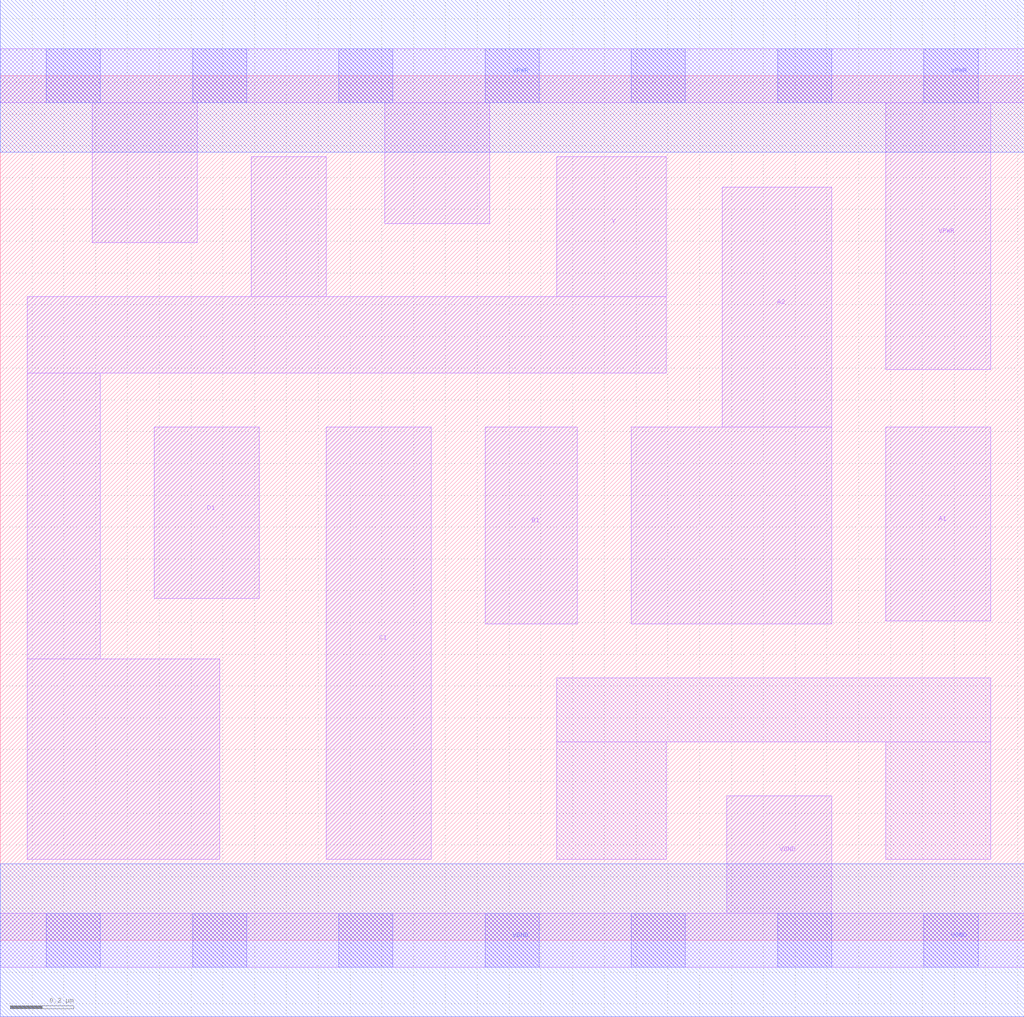
<source format=lef>
# Copyright 2020 The SkyWater PDK Authors
#
# Licensed under the Apache License, Version 2.0 (the "License");
# you may not use this file except in compliance with the License.
# You may obtain a copy of the License at
#
#     https://www.apache.org/licenses/LICENSE-2.0
#
# Unless required by applicable law or agreed to in writing, software
# distributed under the License is distributed on an "AS IS" BASIS,
# WITHOUT WARRANTIES OR CONDITIONS OF ANY KIND, either express or implied.
# See the License for the specific language governing permissions and
# limitations under the License.
#
# SPDX-License-Identifier: Apache-2.0

VERSION 5.7 ;
  NAMESCASESENSITIVE ON ;
  NOWIREEXTENSIONATPIN ON ;
  DIVIDERCHAR "/" ;
  BUSBITCHARS "[]" ;
UNITS
  DATABASE MICRONS 200 ;
END UNITS
MACRO sky130_fd_sc_hd__o2111ai_1
  CLASS CORE ;
  SOURCE USER ;
  FOREIGN sky130_fd_sc_hd__o2111ai_1 ;
  ORIGIN  0.000000  0.000000 ;
  SIZE  3.220000 BY  2.720000 ;
  SYMMETRY X Y R90 ;
  SITE unithd ;
  PIN A1
    ANTENNAGATEAREA  0.247500 ;
    DIRECTION INPUT ;
    USE SIGNAL ;
    PORT
      LAYER li1 ;
        RECT 2.785000 1.005000 3.115000 1.615000 ;
    END
  END A1
  PIN A2
    ANTENNAGATEAREA  0.247500 ;
    DIRECTION INPUT ;
    USE SIGNAL ;
    PORT
      LAYER li1 ;
        RECT 1.985000 0.995000 2.615000 1.615000 ;
        RECT 2.270000 1.615000 2.615000 2.370000 ;
    END
  END A2
  PIN B1
    ANTENNAGATEAREA  0.247500 ;
    DIRECTION INPUT ;
    USE SIGNAL ;
    PORT
      LAYER li1 ;
        RECT 1.525000 0.995000 1.815000 1.615000 ;
    END
  END B1
  PIN C1
    ANTENNAGATEAREA  0.247500 ;
    DIRECTION INPUT ;
    USE SIGNAL ;
    PORT
      LAYER li1 ;
        RECT 1.025000 0.255000 1.355000 1.615000 ;
    END
  END C1
  PIN D1
    ANTENNAGATEAREA  0.247500 ;
    DIRECTION INPUT ;
    USE SIGNAL ;
    PORT
      LAYER li1 ;
        RECT 0.485000 1.075000 0.815000 1.615000 ;
    END
  END D1
  PIN Y
    ANTENNADIFFAREA  0.857250 ;
    DIRECTION OUTPUT ;
    USE SIGNAL ;
    PORT
      LAYER li1 ;
        RECT 0.085000 0.255000 0.690000 0.885000 ;
        RECT 0.085000 0.885000 0.315000 1.785000 ;
        RECT 0.085000 1.785000 2.095000 2.025000 ;
        RECT 0.790000 2.025000 1.025000 2.465000 ;
        RECT 1.750000 2.025000 2.095000 2.465000 ;
    END
  END Y
  PIN VGND
    DIRECTION INOUT ;
    SHAPE ABUTMENT ;
    USE GROUND ;
    PORT
      LAYER li1 ;
        RECT 0.000000 -0.085000 3.220000 0.085000 ;
        RECT 2.285000  0.085000 2.615000 0.455000 ;
      LAYER mcon ;
        RECT 0.145000 -0.085000 0.315000 0.085000 ;
        RECT 0.605000 -0.085000 0.775000 0.085000 ;
        RECT 1.065000 -0.085000 1.235000 0.085000 ;
        RECT 1.525000 -0.085000 1.695000 0.085000 ;
        RECT 1.985000 -0.085000 2.155000 0.085000 ;
        RECT 2.445000 -0.085000 2.615000 0.085000 ;
        RECT 2.905000 -0.085000 3.075000 0.085000 ;
      LAYER met1 ;
        RECT 0.000000 -0.240000 3.220000 0.240000 ;
    END
  END VGND
  PIN VPWR
    DIRECTION INOUT ;
    SHAPE ABUTMENT ;
    USE POWER ;
    PORT
      LAYER li1 ;
        RECT 0.000000 2.635000 3.220000 2.805000 ;
        RECT 0.290000 2.195000 0.620000 2.635000 ;
        RECT 1.210000 2.255000 1.540000 2.635000 ;
        RECT 2.785000 1.795000 3.115000 2.635000 ;
      LAYER mcon ;
        RECT 0.145000 2.635000 0.315000 2.805000 ;
        RECT 0.605000 2.635000 0.775000 2.805000 ;
        RECT 1.065000 2.635000 1.235000 2.805000 ;
        RECT 1.525000 2.635000 1.695000 2.805000 ;
        RECT 1.985000 2.635000 2.155000 2.805000 ;
        RECT 2.445000 2.635000 2.615000 2.805000 ;
        RECT 2.905000 2.635000 3.075000 2.805000 ;
      LAYER met1 ;
        RECT 0.000000 2.480000 3.220000 2.960000 ;
    END
  END VPWR
  OBS
    LAYER li1 ;
      RECT 1.750000 0.255000 2.095000 0.625000 ;
      RECT 1.750000 0.625000 3.115000 0.825000 ;
      RECT 2.785000 0.255000 3.115000 0.625000 ;
  END
END sky130_fd_sc_hd__o2111ai_1

</source>
